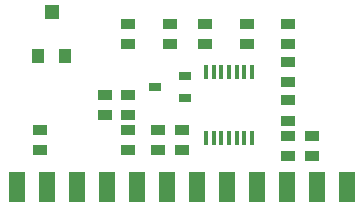
<source format=gbs>
%FSLAX46Y46*%
G04 Gerber Fmt 4.6, Leading zero omitted, Abs format (unit mm)*
G04 Created by KiCad (PCBNEW (2014-09-02 BZR 5112)-product) date 2014-10-14 1:14:18 PM*
%MOMM*%
G01*
G04 APERTURE LIST*
%ADD10C,0.150000*%
%ADD11R,1.000760X0.701040*%
%ADD12R,1.143000X0.812800*%
%ADD13R,1.000000X1.250000*%
%ADD14R,1.200000X1.250000*%
%ADD15R,1.350000X2.500000*%
%ADD16R,0.299720X1.300480*%
G04 APERTURE END LIST*
D10*
D11*
X154230000Y-89500000D03*
X156770000Y-90452500D03*
X156770000Y-88547500D03*
D12*
X152000000Y-93149100D03*
X152000000Y-94850900D03*
X150000000Y-90149100D03*
X150000000Y-91850900D03*
X156500000Y-93149100D03*
X156500000Y-94850900D03*
X154500000Y-93149100D03*
X154500000Y-94850900D03*
X144500000Y-94850900D03*
X144500000Y-93149100D03*
X167500000Y-93649100D03*
X167500000Y-95350900D03*
X152000000Y-90149100D03*
X152000000Y-91850900D03*
X165500000Y-87399100D03*
X165500000Y-89100900D03*
X158500000Y-85850900D03*
X158500000Y-84149100D03*
X155500000Y-84149100D03*
X155500000Y-85850900D03*
X152000000Y-85850900D03*
X152000000Y-84149100D03*
X162000000Y-84149100D03*
X162000000Y-85850900D03*
X165500000Y-84149100D03*
X165500000Y-85850900D03*
X165500000Y-93649100D03*
X165500000Y-95350900D03*
X165500000Y-90649100D03*
X165500000Y-92350900D03*
D13*
X144350000Y-86850000D03*
X146650000Y-86850000D03*
D14*
X145500000Y-83150000D03*
D15*
X142530000Y-98000000D03*
X145070000Y-98000000D03*
X147610000Y-98000000D03*
X150150000Y-98000000D03*
X152690000Y-98000000D03*
X155230000Y-98000000D03*
X157770000Y-98000000D03*
X160310000Y-98000000D03*
X162850000Y-98000000D03*
X165390000Y-98000000D03*
X167930000Y-98000000D03*
X170470000Y-98000000D03*
D16*
X158569600Y-88206000D03*
X159204600Y-88206000D03*
X159865000Y-88206000D03*
X160500000Y-88206000D03*
X161160400Y-88206000D03*
X161808100Y-88206000D03*
X162455800Y-88206000D03*
X162455800Y-93794000D03*
X161808100Y-93794000D03*
X161160400Y-93794000D03*
X160500000Y-93794000D03*
X159852300Y-93794000D03*
X159204600Y-93794000D03*
X158556900Y-93794000D03*
M02*

</source>
